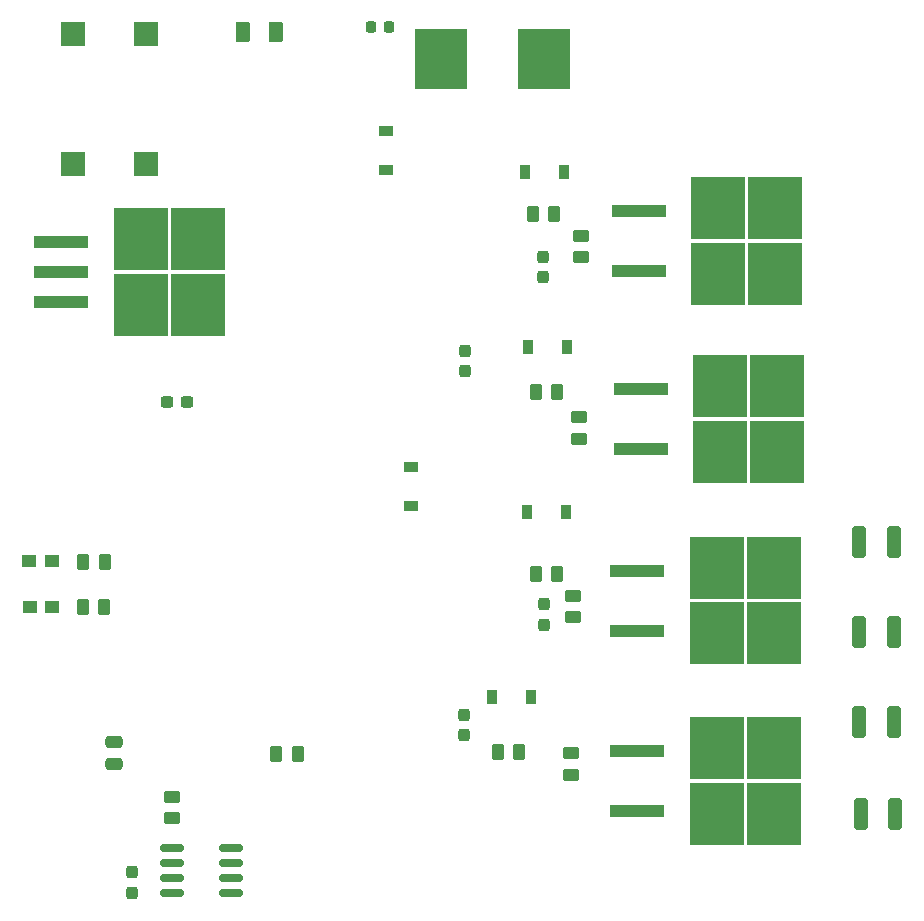
<source format=gtp>
%TF.GenerationSoftware,KiCad,Pcbnew,(6.0.1)*%
%TF.CreationDate,2022-11-04T14:47:35-07:00*%
%TF.ProjectId,TxRev3a,54785265-7633-4612-9e6b-696361645f70,rev?*%
%TF.SameCoordinates,Original*%
%TF.FileFunction,Paste,Top*%
%TF.FilePolarity,Positive*%
%FSLAX46Y46*%
G04 Gerber Fmt 4.6, Leading zero omitted, Abs format (unit mm)*
G04 Created by KiCad (PCBNEW (6.0.1)) date 2022-11-04 14:47:35*
%MOMM*%
%LPD*%
G01*
G04 APERTURE LIST*
G04 Aperture macros list*
%AMRoundRect*
0 Rectangle with rounded corners*
0 $1 Rounding radius*
0 $2 $3 $4 $5 $6 $7 $8 $9 X,Y pos of 4 corners*
0 Add a 4 corners polygon primitive as box body*
4,1,4,$2,$3,$4,$5,$6,$7,$8,$9,$2,$3,0*
0 Add four circle primitives for the rounded corners*
1,1,$1+$1,$2,$3*
1,1,$1+$1,$4,$5*
1,1,$1+$1,$6,$7*
1,1,$1+$1,$8,$9*
0 Add four rect primitives between the rounded corners*
20,1,$1+$1,$2,$3,$4,$5,0*
20,1,$1+$1,$4,$5,$6,$7,0*
20,1,$1+$1,$6,$7,$8,$9,0*
20,1,$1+$1,$8,$9,$2,$3,0*%
G04 Aperture macros list end*
%ADD10RoundRect,0.225000X-0.225000X-0.250000X0.225000X-0.250000X0.225000X0.250000X-0.225000X0.250000X0*%
%ADD11RoundRect,0.250000X0.475000X-0.250000X0.475000X0.250000X-0.475000X0.250000X-0.475000X-0.250000X0*%
%ADD12RoundRect,0.250000X0.325000X1.100000X-0.325000X1.100000X-0.325000X-1.100000X0.325000X-1.100000X0*%
%ADD13R,0.900000X1.200000*%
%ADD14R,1.200000X0.900000*%
%ADD15RoundRect,0.150000X-0.825000X-0.150000X0.825000X-0.150000X0.825000X0.150000X-0.825000X0.150000X0*%
%ADD16R,4.550000X5.250000*%
%ADD17R,4.600000X1.100000*%
%ADD18RoundRect,0.250000X-0.262500X-0.450000X0.262500X-0.450000X0.262500X0.450000X-0.262500X0.450000X0*%
%ADD19R,4.500000X5.100000*%
%ADD20RoundRect,0.250000X0.262500X0.450000X-0.262500X0.450000X-0.262500X-0.450000X0.262500X-0.450000X0*%
%ADD21RoundRect,0.250000X-0.450000X0.262500X-0.450000X-0.262500X0.450000X-0.262500X0.450000X0.262500X0*%
%ADD22RoundRect,0.237500X-0.237500X0.300000X-0.237500X-0.300000X0.237500X-0.300000X0.237500X0.300000X0*%
%ADD23R,1.200000X1.050000*%
%ADD24RoundRect,0.250000X-0.375000X-0.625000X0.375000X-0.625000X0.375000X0.625000X-0.375000X0.625000X0*%
%ADD25R,2.000000X2.000000*%
%ADD26RoundRect,0.237500X-0.300000X-0.237500X0.300000X-0.237500X0.300000X0.237500X-0.300000X0.237500X0*%
G04 APERTURE END LIST*
D10*
%TO.C,R0*%
X158483000Y-51257200D03*
X160033000Y-51257200D03*
%TD*%
D11*
%TO.C,C14*%
X136753600Y-113675200D03*
X136753600Y-111775200D03*
%TD*%
D12*
%TO.C,C4*%
X202770003Y-94869000D03*
X199820000Y-94869000D03*
%TD*%
%TO.C,C5*%
X202770000Y-102489000D03*
X199820000Y-102489000D03*
%TD*%
%TO.C,C6*%
X202770000Y-110109000D03*
X199820000Y-110109000D03*
%TD*%
%TO.C,C7*%
X202897000Y-117856000D03*
X199946997Y-117856000D03*
%TD*%
D13*
%TO.C,D1*%
X171578000Y-63500000D03*
X174878000Y-63500000D03*
%TD*%
%TO.C,D2*%
X171832000Y-78359000D03*
X175132000Y-78359000D03*
%TD*%
D14*
%TO.C,D3*%
X159766000Y-63372000D03*
X159766000Y-60072000D03*
%TD*%
D13*
%TO.C,D4*%
X168730000Y-107950000D03*
X172030000Y-107950000D03*
%TD*%
%TO.C,D5*%
X171705000Y-92329000D03*
X175005000Y-92329000D03*
%TD*%
D14*
%TO.C,D6*%
X161925000Y-91820000D03*
X161925000Y-88520000D03*
%TD*%
D15*
%TO.C,U4*%
X141670000Y-120800500D03*
X141670000Y-122070500D03*
X141670000Y-123340500D03*
X141670000Y-124610500D03*
X146620000Y-124610500D03*
X146620000Y-123340500D03*
X146620000Y-122070500D03*
X146620000Y-120800500D03*
%TD*%
D16*
%TO.C,U7*%
X143849000Y-74784000D03*
X138999000Y-74784000D03*
X143849000Y-69234000D03*
X138999000Y-69234000D03*
D17*
X132274000Y-69469000D03*
X132274000Y-72009000D03*
X132274000Y-74549000D03*
%TD*%
D18*
%TO.C,R2*%
X172442500Y-82169000D03*
X174267500Y-82169000D03*
%TD*%
D19*
%TO.C,L2*%
X173183000Y-53975000D03*
X164383000Y-53975000D03*
%TD*%
D20*
%TO.C,R13*%
X135913500Y-100330000D03*
X134088500Y-100330000D03*
%TD*%
D21*
%TO.C,R5*%
X176276000Y-68937500D03*
X176276000Y-70762500D03*
%TD*%
D22*
%TO.C,C8*%
X166370000Y-109475100D03*
X166370000Y-111200100D03*
%TD*%
D23*
%TO.C,D8*%
X129606000Y-100330000D03*
X131506000Y-100330000D03*
%TD*%
D22*
%TO.C,C3*%
X166471600Y-78690300D03*
X166471600Y-80415300D03*
%TD*%
D18*
%TO.C,R1*%
X172188500Y-67056000D03*
X174013500Y-67056000D03*
%TD*%
D24*
%TO.C,F1*%
X147647200Y-51663600D03*
X150447200Y-51663600D03*
%TD*%
D21*
%TO.C,R7*%
X175641000Y-99417500D03*
X175641000Y-101242500D03*
%TD*%
D22*
%TO.C,C18*%
X138277600Y-122835500D03*
X138277600Y-124560500D03*
%TD*%
D16*
%TO.C,Q3*%
X187767000Y-102597000D03*
X187767000Y-97047000D03*
X192617000Y-97047000D03*
X192617000Y-102597000D03*
D17*
X181042000Y-97282000D03*
X181042000Y-102362000D03*
%TD*%
D16*
%TO.C,Q1*%
X187882000Y-72136000D03*
X192732000Y-66586000D03*
X192732000Y-72136000D03*
X187882000Y-66586000D03*
D17*
X181157000Y-66821000D03*
X181157000Y-71901000D03*
%TD*%
D16*
%TO.C,Q4*%
X192629000Y-112306000D03*
X192629000Y-117856000D03*
X187779000Y-112306000D03*
X187779000Y-117856000D03*
D17*
X181054000Y-112541000D03*
X181054000Y-117621000D03*
%TD*%
D20*
%TO.C,R9*%
X152296500Y-112776000D03*
X150471500Y-112776000D03*
%TD*%
D16*
%TO.C,Q2*%
X188063012Y-81661001D03*
X188063012Y-87211001D03*
X192913012Y-87211001D03*
X192913012Y-81661001D03*
D17*
X181338012Y-81896001D03*
X181338012Y-86976001D03*
%TD*%
D21*
%TO.C,R10*%
X141681200Y-116435500D03*
X141681200Y-118260500D03*
%TD*%
D25*
%TO.C,J4*%
X133285992Y-51822999D03*
X139435992Y-51822999D03*
X133285992Y-62822999D03*
X139435992Y-62822999D03*
%TD*%
D21*
%TO.C,R6*%
X176149000Y-84304500D03*
X176149000Y-86129500D03*
%TD*%
D22*
%TO.C,C10*%
X173024800Y-70714700D03*
X173024800Y-72439700D03*
%TD*%
%TO.C,C11*%
X173177200Y-100127900D03*
X173177200Y-101852900D03*
%TD*%
D26*
%TO.C,C51*%
X141225100Y-83007200D03*
X142950100Y-83007200D03*
%TD*%
D18*
%TO.C,R4*%
X172442505Y-97536000D03*
X174267500Y-97536000D03*
%TD*%
D23*
%TO.C,D7*%
X129550000Y-96500000D03*
X131450000Y-96500000D03*
%TD*%
D21*
%TO.C,R8*%
X175460000Y-112729000D03*
X175460000Y-114554000D03*
%TD*%
D20*
%TO.C,R12*%
X135942500Y-96525000D03*
X134117500Y-96525000D03*
%TD*%
%TO.C,R3*%
X171038500Y-112649000D03*
X169213500Y-112649000D03*
%TD*%
M02*

</source>
